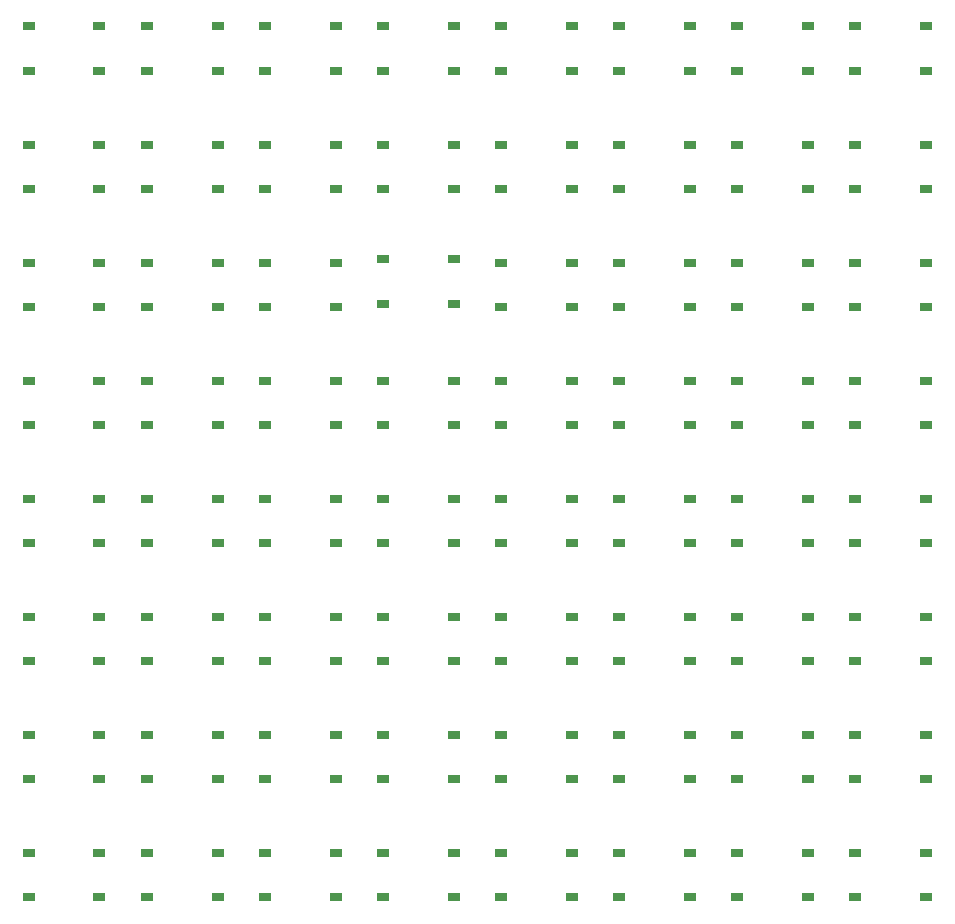
<source format=gbr>
%TF.GenerationSoftware,KiCad,Pcbnew,8.0.3-8.0.3-0~ubuntu22.04.1*%
%TF.CreationDate,2024-10-28T10:51:42+03:00*%
%TF.ProjectId,PM-Keybard,504d2d4b-6579-4626-9172-642e6b696361,rev?*%
%TF.SameCoordinates,Original*%
%TF.FileFunction,Paste,Top*%
%TF.FilePolarity,Positive*%
%FSLAX46Y46*%
G04 Gerber Fmt 4.6, Leading zero omitted, Abs format (unit mm)*
G04 Created by KiCad (PCBNEW 8.0.3-8.0.3-0~ubuntu22.04.1) date 2024-10-28 10:51:42*
%MOMM*%
%LPD*%
G01*
G04 APERTURE LIST*
%ADD10R,0.990600X0.762000*%
G04 APERTURE END LIST*
D10*
%TO.C,SW4.3*%
X1999998Y6875000D03*
X8000002Y6875000D03*
X1999998Y3125000D03*
X8000002Y3125000D03*
%TD*%
%TO.C,SW6.7*%
X21999998Y-33125000D03*
X28000002Y-33125000D03*
X21999998Y-36875000D03*
X28000002Y-36875000D03*
%TD*%
%TO.C,SW2.6*%
X-18000002Y-23125000D03*
X-11999998Y-23125000D03*
X-18000002Y-26875000D03*
X-11999998Y-26875000D03*
%TD*%
%TO.C,SW7.2*%
X31999998Y16875000D03*
X38000002Y16875000D03*
X31999998Y13125000D03*
X38000002Y13125000D03*
%TD*%
%TO.C,SW7.1*%
X31999998Y26875000D03*
X38000002Y26875000D03*
X31999998Y23125000D03*
X38000002Y23125000D03*
%TD*%
%TO.C,SW2.2*%
X-18000002Y16875000D03*
X-11999998Y16875000D03*
X-18000002Y13125000D03*
X-11999998Y13125000D03*
%TD*%
%TO.C,SW1.1*%
X-28000002Y26875000D03*
X-21999998Y26875000D03*
X-28000002Y23125000D03*
X-21999998Y23125000D03*
%TD*%
%TO.C,SW3.6*%
X-8000002Y-23125000D03*
X-1999998Y-23125000D03*
X-8000002Y-26875000D03*
X-1999998Y-26875000D03*
%TD*%
%TO.C,SW1.4*%
X-28000002Y-3125000D03*
X-21999998Y-3125000D03*
X-28000002Y-6875000D03*
X-21999998Y-6875000D03*
%TD*%
%TO.C,SW3.4*%
X-8000002Y-3125000D03*
X-1999998Y-3125000D03*
X-8000002Y-6875000D03*
X-1999998Y-6875000D03*
%TD*%
%TO.C,SW1.5*%
X-28000002Y-13125000D03*
X-21999998Y-13125000D03*
X-28000002Y-16875000D03*
X-21999998Y-16875000D03*
%TD*%
%TO.C,SW0.7*%
X-38000002Y-33125000D03*
X-31999998Y-33125000D03*
X-38000002Y-36875000D03*
X-31999998Y-36875000D03*
%TD*%
%TO.C,SW6.5*%
X21999998Y-13125000D03*
X28000002Y-13125000D03*
X21999998Y-16875000D03*
X28000002Y-16875000D03*
%TD*%
%TO.C,SW6.1*%
X21999998Y26875000D03*
X28000002Y26875000D03*
X21999998Y23125000D03*
X28000002Y23125000D03*
%TD*%
%TO.C,SW1.2*%
X-28000002Y16875000D03*
X-21999998Y16875000D03*
X-28000002Y13125000D03*
X-21999998Y13125000D03*
%TD*%
%TO.C,SW2.5*%
X-18000002Y-13125000D03*
X-11999998Y-13125000D03*
X-18000002Y-16875000D03*
X-11999998Y-16875000D03*
%TD*%
%TO.C,SW0.0*%
X-38000002Y36875000D03*
X-31999998Y36875000D03*
X-38000002Y33125000D03*
X-31999998Y33125000D03*
%TD*%
%TO.C,SW0.2*%
X-38000002Y16875000D03*
X-31999998Y16875000D03*
X-38000002Y13125000D03*
X-31999998Y13125000D03*
%TD*%
%TO.C,SW6.2*%
X21999998Y16875000D03*
X28000002Y16875000D03*
X21999998Y13125000D03*
X28000002Y13125000D03*
%TD*%
%TO.C,SW3.5*%
X-8000002Y-13125000D03*
X-1999998Y-13125000D03*
X-8000002Y-16875000D03*
X-1999998Y-16875000D03*
%TD*%
%TO.C,SW6.4*%
X21999998Y-3125000D03*
X28000002Y-3125000D03*
X21999998Y-6875000D03*
X28000002Y-6875000D03*
%TD*%
%TO.C,SW5.7*%
X11999998Y-33125000D03*
X18000002Y-33125000D03*
X11999998Y-36875000D03*
X18000002Y-36875000D03*
%TD*%
%TO.C,SW7.3*%
X31999998Y6875000D03*
X38000002Y6875000D03*
X31999998Y3125000D03*
X38000002Y3125000D03*
%TD*%
%TO.C,SW5.4*%
X11999998Y-3125000D03*
X18000002Y-3125000D03*
X11999998Y-6875000D03*
X18000002Y-6875000D03*
%TD*%
%TO.C,SW4.0*%
X1999998Y36875000D03*
X8000002Y36875000D03*
X1999998Y33125000D03*
X8000002Y33125000D03*
%TD*%
%TO.C,SW7.7*%
X31999998Y-33125000D03*
X38000002Y-33125000D03*
X31999998Y-36875000D03*
X38000002Y-36875000D03*
%TD*%
%TO.C,SW5.5*%
X11999998Y-13125000D03*
X18000002Y-13125000D03*
X11999998Y-16875000D03*
X18000002Y-16875000D03*
%TD*%
%TO.C,SW7.5*%
X31999998Y-13125000D03*
X38000002Y-13125000D03*
X31999998Y-16875000D03*
X38000002Y-16875000D03*
%TD*%
%TO.C,SW4.4*%
X1999998Y-3125000D03*
X8000002Y-3125000D03*
X1999998Y-6875000D03*
X8000002Y-6875000D03*
%TD*%
%TO.C,SW0.4*%
X-38000002Y-3125000D03*
X-31999998Y-3125000D03*
X-38000002Y-6875000D03*
X-31999998Y-6875000D03*
%TD*%
%TO.C,SW5.0*%
X11999998Y36875000D03*
X18000002Y36875000D03*
X11999998Y33125000D03*
X18000002Y33125000D03*
%TD*%
%TO.C,SW4.7*%
X1999998Y-33125000D03*
X8000002Y-33125000D03*
X1999998Y-36875000D03*
X8000002Y-36875000D03*
%TD*%
%TO.C,SW3.1*%
X-8000002Y26875000D03*
X-1999998Y26875000D03*
X-8000002Y23125000D03*
X-1999998Y23125000D03*
%TD*%
%TO.C,SW0.1*%
X-38000002Y26875000D03*
X-31999998Y26875000D03*
X-38000002Y23125000D03*
X-31999998Y23125000D03*
%TD*%
%TO.C,SW1.6*%
X-28000002Y-23125000D03*
X-21999998Y-23125000D03*
X-28000002Y-26875000D03*
X-21999998Y-26875000D03*
%TD*%
%TO.C,SW7.6*%
X31999998Y-23125000D03*
X38000002Y-23125000D03*
X31999998Y-26875000D03*
X38000002Y-26875000D03*
%TD*%
%TO.C,SW0.3*%
X-38000002Y6875000D03*
X-31999998Y6875000D03*
X-38000002Y3125000D03*
X-31999998Y3125000D03*
%TD*%
%TO.C,SW4.1*%
X1999998Y26875000D03*
X8000002Y26875000D03*
X1999998Y23125000D03*
X8000002Y23125000D03*
%TD*%
%TO.C,SW1.0*%
X-28000002Y36875000D03*
X-21999998Y36875000D03*
X-28000002Y33125000D03*
X-21999998Y33125000D03*
%TD*%
%TO.C,SW3.2*%
X-8000002Y17149600D03*
X-1999998Y17149600D03*
X-8000002Y13399600D03*
X-1999998Y13399600D03*
%TD*%
%TO.C,SW6.6*%
X21999998Y-23125000D03*
X28000002Y-23125000D03*
X21999998Y-26875000D03*
X28000002Y-26875000D03*
%TD*%
%TO.C,SW2.3*%
X-18000002Y6875000D03*
X-11999998Y6875000D03*
X-18000002Y3125000D03*
X-11999998Y3125000D03*
%TD*%
%TO.C,SW5.1*%
X11999998Y26875000D03*
X18000002Y26875000D03*
X11999998Y23125000D03*
X18000002Y23125000D03*
%TD*%
%TO.C,SW2.0*%
X-18000002Y36875000D03*
X-11999998Y36875000D03*
X-18000002Y33125000D03*
X-11999998Y33125000D03*
%TD*%
%TO.C,SW3.3*%
X-8000002Y6875000D03*
X-1999998Y6875000D03*
X-8000002Y3125000D03*
X-1999998Y3125000D03*
%TD*%
%TO.C,SW4.2*%
X1999998Y16875000D03*
X8000002Y16875000D03*
X1999998Y13125000D03*
X8000002Y13125000D03*
%TD*%
%TO.C,SW3.7*%
X-8000002Y-33125000D03*
X-1999998Y-33125000D03*
X-8000002Y-36875000D03*
X-1999998Y-36875000D03*
%TD*%
%TO.C,SW2.4*%
X-18000002Y-3125000D03*
X-11999998Y-3125000D03*
X-18000002Y-6875000D03*
X-11999998Y-6875000D03*
%TD*%
%TO.C,SW2.1*%
X-18000002Y26875000D03*
X-11999998Y26875000D03*
X-18000002Y23125000D03*
X-11999998Y23125000D03*
%TD*%
%TO.C,SW4.6*%
X1999998Y-23125000D03*
X8000002Y-23125000D03*
X1999998Y-26875000D03*
X8000002Y-26875000D03*
%TD*%
%TO.C,SW0.5*%
X-38000002Y-13125000D03*
X-31999998Y-13125000D03*
X-38000002Y-16875000D03*
X-31999998Y-16875000D03*
%TD*%
%TO.C,SW4.5*%
X1999998Y-13125000D03*
X8000002Y-13125000D03*
X1999998Y-16875000D03*
X8000002Y-16875000D03*
%TD*%
%TO.C,SW6.0*%
X21999998Y36875000D03*
X28000002Y36875000D03*
X21999998Y33125000D03*
X28000002Y33125000D03*
%TD*%
%TO.C,SW7.4*%
X31999998Y-3125000D03*
X38000002Y-3125000D03*
X31999998Y-6875000D03*
X38000002Y-6875000D03*
%TD*%
%TO.C,SW5.3*%
X11999998Y6875000D03*
X18000002Y6875000D03*
X11999998Y3125000D03*
X18000002Y3125000D03*
%TD*%
%TO.C,SW1.3*%
X-28000002Y6875000D03*
X-21999998Y6875000D03*
X-28000002Y3125000D03*
X-21999998Y3125000D03*
%TD*%
%TO.C,SW0.6*%
X-38000002Y-23125000D03*
X-31999998Y-23125000D03*
X-38000002Y-26875000D03*
X-31999998Y-26875000D03*
%TD*%
%TO.C,SW5.6*%
X11999998Y-23125000D03*
X18000002Y-23125000D03*
X11999998Y-26875000D03*
X18000002Y-26875000D03*
%TD*%
%TO.C,SW3.0*%
X-8000002Y36875000D03*
X-1999998Y36875000D03*
X-8000002Y33125000D03*
X-1999998Y33125000D03*
%TD*%
%TO.C,SW6.3*%
X21999998Y6875000D03*
X28000002Y6875000D03*
X21999998Y3125000D03*
X28000002Y3125000D03*
%TD*%
%TO.C,SW1.7*%
X-28000002Y-33125000D03*
X-21999998Y-33125000D03*
X-28000002Y-36875000D03*
X-21999998Y-36875000D03*
%TD*%
%TO.C,SW7.0*%
X31999998Y36875000D03*
X38000002Y36875000D03*
X31999998Y33125000D03*
X38000002Y33125000D03*
%TD*%
%TO.C,SW2.7*%
X-18000002Y-33125000D03*
X-11999998Y-33125000D03*
X-18000002Y-36875000D03*
X-11999998Y-36875000D03*
%TD*%
%TO.C,SW5.2*%
X11999998Y16875000D03*
X18000002Y16875000D03*
X11999998Y13125000D03*
X18000002Y13125000D03*
%TD*%
M02*

</source>
